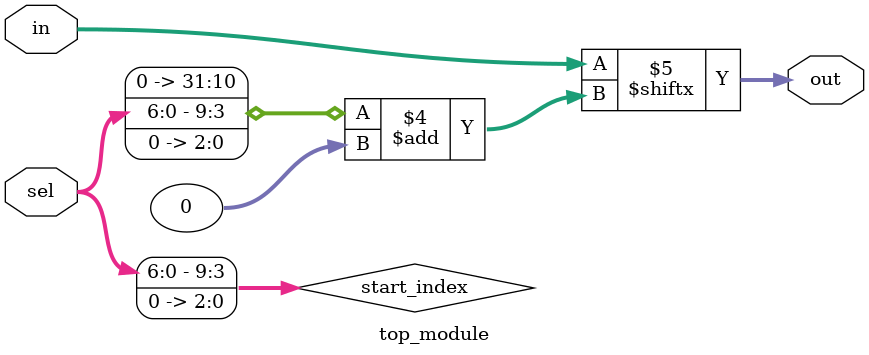
<source format=sv>
module top_module (
    input [1023:0] in,
    input [7:0] sel,
    output [3:0] out
);

    // declare internal variables
    reg [9:0] start_index;

    // calculate the starting index for the selected 4-bit block
    always @(*) begin
        start_index = sel << 3;
    end

    // extract the selected 4-bit block from the input vector
    always @(*) begin
        out = in[start_index +: 4];
    end

endmodule

</source>
